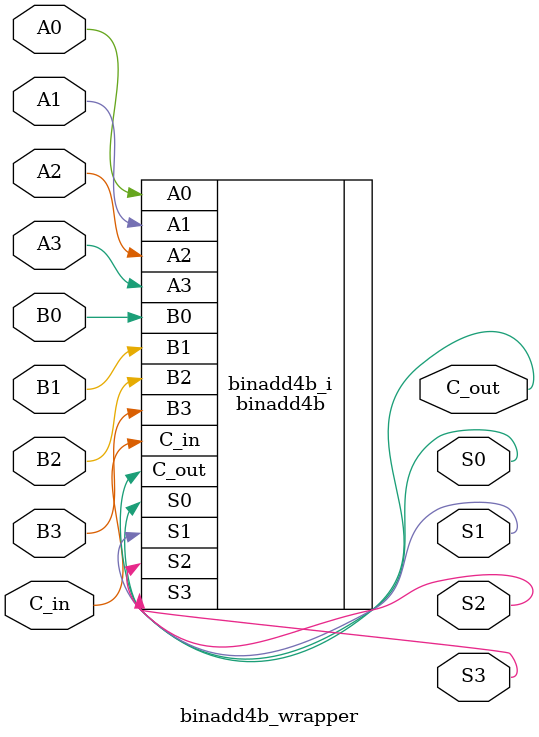
<source format=v>
`timescale 1 ps / 1 ps

module binadd4b_wrapper
   (A0,
    A1,
    A2,
    A3,
    B0,
    B1,
    B2,
    B3,
    C_in,
    C_out,
    S0,
    S1,
    S2,
    S3);
  input [0:0]A0;
  input [0:0]A1;
  input [0:0]A2;
  input [0:0]A3;
  input [0:0]B0;
  input [0:0]B1;
  input [0:0]B2;
  input [0:0]B3;
  input [0:0]C_in;
  output [0:0]C_out;
  output [0:0]S0;
  output [0:0]S1;
  output [0:0]S2;
  output [0:0]S3;

  wire [0:0]A0;
  wire [0:0]A1;
  wire [0:0]A2;
  wire [0:0]A3;
  wire [0:0]B0;
  wire [0:0]B1;
  wire [0:0]B2;
  wire [0:0]B3;
  wire [0:0]C_in;
  wire [0:0]C_out;
  wire [0:0]S0;
  wire [0:0]S1;
  wire [0:0]S2;
  wire [0:0]S3;

  binadd4b binadd4b_i
       (.A0(A0),
        .A1(A1),
        .A2(A2),
        .A3(A3),
        .B0(B0),
        .B1(B1),
        .B2(B2),
        .B3(B3),
        .C_in(C_in),
        .C_out(C_out),
        .S0(S0),
        .S1(S1),
        .S2(S2),
        .S3(S3));
endmodule

</source>
